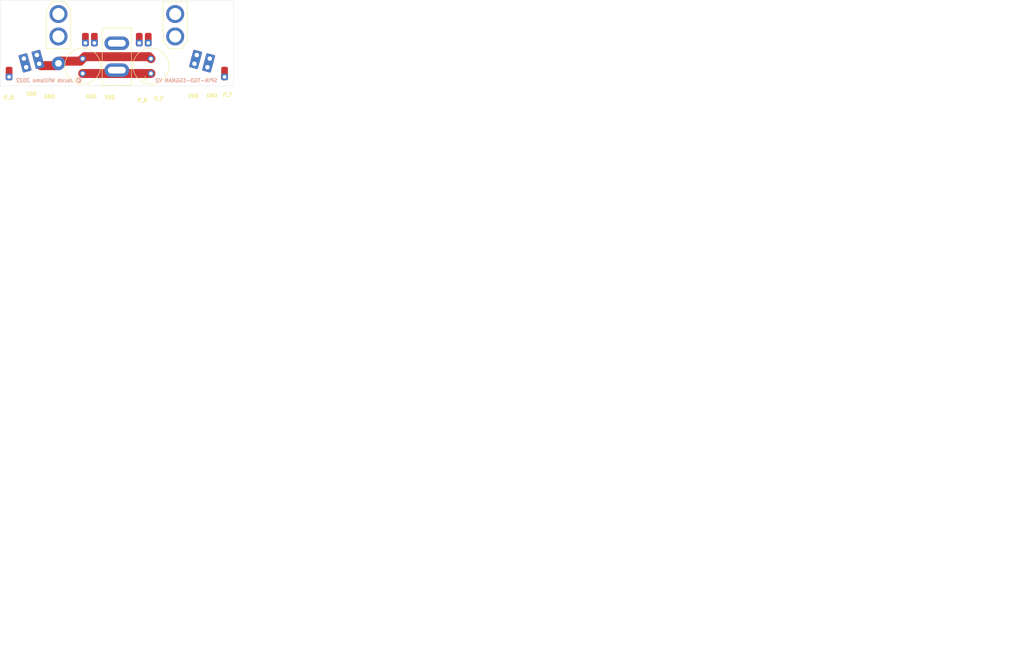
<source format=kicad_pcb>
(kicad_pcb (version 20211014) (generator pcbnew)
  (layers (0 "F.Cu" signal) (31 "B.Cu" signal) (35 "F.Paste" user) (36 "B.SilkS" user "B.Silkscreen") (37 "F.SilkS" user "F.Silkscreen") (38 "B.Mask" user) (39 "F.Mask" user) (44 "Edge.Cuts" user))
  (net 0 "")
  (net 1 "GND")
  (net 2 "Net-(J1-Pad1)")
  (net 3 "Net-(J2-Pad2)")
  (net 4 "VDD")
  (net 5 "PPM_F")
  (net 6 "PPM_B")
  (footprint "lib_fp:TGD_lowESR_cap" (layer "F.Cu") (at -7.6 14.6 90)
    (fp_text reference "C1" hide)
    (fp_text value "330uF" hide)
    (fp_line (start -3.25 -1.25) (end -2.25 -1.25) (layer "F.SilkS") (width 0.12))
    (fp_line (start -2.75 -1.75) (end -2.75 -0.75) (layer "F.SilkS") (width 0.12))
    (fp_circle (center 0 0) (end 4 0) (layer "F.SilkS") (width 0.12) (fill none))
    (pad "1" thru_hole circle (at -1.65 0 90) (size 1.4 1.4) (drill 0.8) (layers *.Cu *.Mask) (net 4 "VDD"))
    (pad "2" thru_hole circle (at 1.65 0 90) (size 1.4 1.4) (drill 0.8) (layers *.Cu *.Mask) (net 1 "GND"))
  )
  (footprint "" (layer "F.Cu") (at -13 14)
    (fp_text reference "" hide)
    (fp_text value "" hide)
    (pad "2" thru_hole circle (at 0 0 270) (size 3 3) (drill 1.5) (layers *.Cu *.Mask) (net 1 "GND"))
  )
  (footprint "" (layer "F.Cu") (at 24 7.3)
    (fp_text reference "" hide)
    (fp_text value "" hide)
    (pad "" np_thru_hole circle (at 0 0 270) (size 2.2 2.2) (drill 2.2) (layers F&B.Cu *.Mask))
  )
  (footprint "lib_fp:TGD_AMASS_XT30U-F_1x02_P5.0mm_Vertical" (layer "F.Cu") (at 13 5.5 90)
    (fp_text reference "J2" hide)
    (fp_text value "bat_high" hide)
    (fp_line (start -5.21 -1.41) (end -3.51 -2.71) (layer "F.SilkS") (width 0.12))
    (fp_line (start -3.51 -2.71) (end 5.21 -2.71) (layer "F.SilkS") (width 0.12))
    (fp_line (start 5.21 -2.71) (end 5.21 2.71) (layer "F.SilkS") (width 0.12))
    (fp_line (start -3.51 2.71) (end 5.21 2.71) (layer "F.SilkS") (width 0.12))
    (fp_line (start -5.21 -1.41) (end -5.21 1.41) (layer "F.SilkS") (width 0.12))
    (fp_line (start -5.21 1.41) (end -3.51 2.71) (layer "F.SilkS") (width 0.12))
    (pad "1" thru_hole circle (at -2.5 0 90) (size 4 4) (drill 2.7) (layers *.Cu *.Mask) (net 2 "Net-(J1-Pad1)"))
    (pad "2" thru_hole circle (at 2.5 0 90) (size 4 4) (drill 2.7) (layers *.Cu *.Mask) (net 3 "Net-(J2-Pad2)"))
  )
  (footprint "lib_fp:TGD-antenna-THT" (layer "F.Cu") (at -5 8.7)
    (fp_text reference "J6" hide)
    (fp_text value "Conn_01x01" hide)
    (pad "1" smd roundrect (at 0 0) (size 1.5 3) (layers "F.Cu" "F.Paste" "F.Mask") (net 4 "VDD"))
    (pad "1" thru_hole roundrect (at 0 0.75) (size 1.5 1.5) (drill 0.8) (layers *.Cu *.Mask) (net 4 "VDD"))
  )
  (footprint "lib_fp:TGD_lowESR_cap" (layer "F.Cu") (at 7.6 14.6 90)
    (fp_text reference "C2" hide)
    (fp_text value "330uF" hide)
    (fp_line (start -2.75 -1.75) (end -2.75 -0.75) (layer "F.SilkS") (width 0.12))
    (fp_line (start -3.25 -1.25) (end -2.25 -1.25) (layer "F.SilkS") (width 0.12))
    (fp_circle (center 0 0) (end 4 0) (layer "F.SilkS") (width 0.12) (fill none))
    (pad "1" thru_hole circle (at -1.65 0 90) (size 1.4 1.4) (drill 0.8) (layers *.Cu *.Mask) (net 4 "VDD"))
    (pad "2" thru_hole circle (at 1.65 0 90) (size 1.4 1.4) (drill 0.8) (layers *.Cu *.Mask) (net 1 "GND"))
  )
  (footprint "lib_fp:TGD-antenna-THT" (layer "F.Cu") (at 5 8.7)
    (fp_text reference "J5" hide)
    (fp_text value "Conn_01x01" hide)
    (pad "1" thru_hole roundrect (at 0 0.75) (size 1.5 1.5) (drill 0.8) (layers *.Cu *.Mask) (net 6 "PPM_B"))
    (pad "1" smd roundrect (at 0 0) (size 1.5 3) (layers "F.Cu" "F.Paste" "F.Mask") (net 6 "PPM_B"))
  )
  (footprint "lib_fp:FT_Switch_Vertical" (layer "F.Cu") (at 0 9.5 -90)
    (fp_text reference "J1" hide)
    (fp_text value "FT_switch" hide)
    (fp_line (start 9.4 3.25) (end -3.4 3.25) (layer "F.SilkS") (width 0.12))
    (fp_line (start -3.4 3.25) (end -3.4 -3.25) (layer "F.SilkS") (width 0.12))
    (fp_line (start 9.4 -3.25) (end 9.4 3.25) (layer "F.SilkS") (width 0.12))
    (fp_line (start -3.4 -3.25) (end 9.4 -3.25) (layer "F.SilkS") (width 0.12))
    (pad "1" thru_hole roundrect locked (at 0 0 270) (size 3 5.5) (drill oval 1.5 4) (layers *.Cu *.Mask) (roundrect_rratio 0.5) (net 2 "Net-(J1-Pad1)"))
    (pad "2" thru_hole roundrect locked (at 6 0 270) (size 3 5.5) (drill oval 1.5 4) (layers *.Cu *.Mask) (roundrect_rratio 0.5) (net 4 "VDD"))
  )
  (footprint "" (layer "F.Cu") (at -18 6)
    (fp_text reference "" hide)
    (fp_text value "" hide)
    (pad "" np_thru_hole circle (at 0 0 270) (size 2.2 2.2) (drill 2.2) (layers F&B.Cu *.Mask))
  )
  (footprint "" (layer "F.Cu") (at 3 3.6)
    (fp_text reference "" hide)
    (fp_text value "" hide)
    (pad "" np_thru_hole circle (at 0 0 270) (size 2.2 2.2) (drill 2.2) (layers F&B.Cu *.Mask))
  )
  (footprint "lib_fp:TGD_AMASS_XT30U-F_1x02_P5.0mm_Vertical" (layer "F.Cu") (at -13 5.5 -90)
    (fp_text reference "J3" hide)
    (fp_text value "bat_low" hide)
    (fp_line (start -3.51 2.71) (end 5.21 2.71) (layer "F.SilkS") (width 0.12))
    (fp_line (start -3.51 -2.71) (end 5.21 -2.71) (layer "F.SilkS") (width 0.12))
    (fp_line (start -5.21 -1.41) (end -3.51 -2.71) (layer "F.SilkS") (width 0.12))
    (fp_line (start -5.21 1.41) (end -3.51 2.71) (layer "F.SilkS") (width 0.12))
    (fp_line (start 5.21 -2.71) (end 5.21 2.71) (layer "F.SilkS") (width 0.12))
    (fp_line (start -5.21 -1.41) (end -5.21 1.41) (layer "F.SilkS") (width 0.12))
    (pad "1" thru_hole circle (at -2.5 0 270) (size 4 4) (drill 2.7) (layers *.Cu *.Mask) (net 3 "Net-(J2-Pad2)"))
    (pad "2" thru_hole circle (at 2.5 0 270) (size 4 4) (drill 2.7) (layers *.Cu *.Mask) (net 1 "GND"))
  )
  (footprint "lib_fp:TGD_ESC_SigPads" (layer "F.Cu") (at 19 13.5 -15)
    (fp_text reference "J8" hide)
    (fp_text value "ESC_Foo" hide)
    (pad "1" thru_hole roundrect (at -1.5 1 165) (size 2 2.5) (drill 1 (offset 0 0.25)) (layers *.Cu *.Mask) (roundrect_rratio 0.1) (net 1 "GND"))
    (pad "1" thru_hole roundrect (at -1.5 -1 345) (size 2 2.5) (drill 1 (offset 0 0.25)) (layers *.Cu *.Mask) (roundrect_rratio 0.1) (net 1 "GND"))
    (pad "2" thru_hole roundrect (at 1.5 -1 345) (size 2 2.5) (drill 1 (offset 0 0.25)) (layers *.Cu *.Mask) (roundrect_rratio 0.1) (net 4 "VDD"))
    (pad "2" thru_hole roundrect (at 1.5 1 165) (size 2 2.5) (drill 1 (offset 0 0.25)) (layers *.Cu *.Mask) (roundrect_rratio 0.1) (net 4 "VDD"))
  )
  (footprint "" (layer "F.Cu") (at 17.5 6)
    (fp_text reference "" hide)
    (fp_text value "" hide)
    (pad "" np_thru_hole circle (at 0.5 0 270) (size 2.2 2.2) (drill 2.2) (layers F&B.Cu *.Mask))
  )
  (footprint "lib_fp:TGD-antenna-THT" (layer "F.Cu") (at -7 8.7)
    (fp_text reference "J7" hide)
    (fp_text value "Conn_01x01" hide)
    (pad "1" smd roundrect (at 0 0) (size 1.5 3) (layers "F.Cu" "F.Paste" "F.Mask") (net 1 "GND"))
    (pad "1" thru_hole roundrect (at 0 0.75) (size 1.5 1.5) (drill 0.8) (layers *.Cu *.Mask) (net 1 "GND"))
  )
  (footprint "" (layer "F.Cu") (at -3 3.6)
    (fp_text reference "" hide)
    (fp_text value "" hide)
    (pad "" np_thru_hole circle (at 0 0 270) (size 2.2 2.2) (drill 2.2) (layers F&B.Cu *.Mask))
  )
  (footprint "lib_fp:TGD-antenna-THT" (layer "F.Cu") (at 7 8.7)
    (fp_text reference "J4" hide)
    (fp_text value "Conn_01x01" hide)
    (pad "1" thru_hole roundrect (at 0 0.75) (size 1.5 1.5) (drill 0.8) (layers *.Cu *.Mask) (net 5 "PPM_F"))
    (pad "1" smd roundrect (at 0 0) (size 1.5 3) (layers "F.Cu" "F.Paste" "F.Mask") (net 5 "PPM_F"))
  )
  (footprint "lib_fp:TGD-antenna-THT" (layer "F.Cu") (at -24 16.25)
    (fp_text reference "J11" hide)
    (fp_text value "Conn_01x01" hide)
    (pad "1" thru_hole roundrect (at 0 0.75) (size 1.5 1.5) (drill 0.8) (layers *.Cu *.Mask) (net 6 "PPM_B"))
    (pad "1" smd roundrect (at 0 0) (size 1.5 3) (layers "F.Cu" "F.Paste" "F.Mask") (net 6 "PPM_B"))
  )
  (footprint "lib_fp:TGD_ESC_SigPads" (layer "F.Cu") (at -19 13.5 15)
    (fp_text reference "J9" hide)
    (fp_text value "ESC_Bar" hide)
    (pad "1" thru_hole roundrect (at -1.5 1 195) (size 2 2.5) (drill 1 (offset 0 0.25)) (layers *.Cu *.Mask) (roundrect_rratio 0.1) (net 4 "VDD"))
    (pad "1" thru_hole roundrect (at -1.5 -1 15) (size 2 2.5) (drill 1 (offset 0 0.25)) (layers *.Cu *.Mask) (roundrect_rratio 0.1) (net 4 "VDD"))
    (pad "2" thru_hole roundrect (at 1.5 1 195) (size 2 2.5) (drill 1 (offset 0 0.25)) (layers *.Cu *.Mask) (roundrect_rratio 0.1) (net 1 "GND"))
    (pad "2" thru_hole roundrect (at 1.5 -1 15) (size 2 2.5) (drill 1 (offset 0 0.25)) (layers *.Cu *.Mask) (roundrect_rratio 0.1) (net 1 "GND"))
  )
  (footprint "lib_fp:TGD-antenna-THT" (layer "F.Cu") (at 24 16.25)
    (fp_text reference "J10" hide)
    (fp_text value "Conn_01x01" hide)
    (pad "1" smd roundrect (at 0 0) (size 1.5 3) (layers "F.Cu" "F.Paste" "F.Mask") (net 5 "PPM_F"))
    (pad "1" thru_hole roundrect (at 0 0.75) (size 1.5 1.5) (drill 0.8) (layers *.Cu *.Mask) (net 5 "PPM_F"))
  )
  (footprint "" (layer "F.Cu") (at -24.5 7.3)
    (fp_text reference "" hide)
    (fp_text value "" hide)
    (pad "" np_thru_hole circle (at 0.5 0 270) (size 2.2 2.2) (drill 2.2) (layers F&B.Cu *.Mask))
  )
  (gr_line (start -26 0) (end -26 19) (layer "Edge.Cuts") (width 0.05))
  (gr_line (start 26 0) (end 0 0) (layer "Edge.Cuts") (width 0.05))
  (gr_line (start 0 0) (end -26 0) (layer "Edge.Cuts") (width 0.05))
  (gr_line (start 26 19) (end 26 0) (layer "Edge.Cuts") (width 0.05))
  (gr_line (start -26 19) (end 0 19) (layer "Edge.Cuts") (width 0.05))
  (gr_line (start 0 19) (end 26 19) (layer "Edge.Cuts") (width 0.05))
  (gr_text "SPIN-TGD-EGGMAN V2" (at 15.5 17.8) (layer "B.SilkS") (effects (font (size 0.8 0.8) (thickness 0.2)) (justify mirror)))
  (gr_text "© Jacob Williams 2022" (at -15.1 17.8) (layer "B.SilkS") (effects (font (size 0.8 0.8) (thickness 0.2)) (justify mirror)))
  (gr_text "VDD\n" (at 17.05 21.3) (layer "F.SilkS") (effects (font (size 0.8 0.8) (thickness 0.2))))
  (gr_text "VDD\n" (at -19.05 20.8) (layer "F.SilkS") (effects (font (size 0.8 0.8) (thickness 0.2))))
  (gr_text "GND" (at -15 21.4) (layer "F.SilkS") (effects (font (size 0.8 0.8) (thickness 0.2))))
  (gr_text "P_F\n" (at 9.35 21.85) (layer "F.SilkS") (effects (font (size 0.8 0.8) (thickness 0.2))))
  (gr_text "GND" (at -5.7 21.35) (layer "F.SilkS") (effects (font (size 0.8 0.8) (thickness 0.2))))
  (gr_text "VDD\n" (at -1.55 21.55) (layer "F.SilkS") (effects (font (size 0.8 0.8) (thickness 0.2))))
  (gr_text "P_B" (at 5.7 22.2) (layer "F.SilkS") (effects (font (size 0.8 0.8) (thickness 0.2))))
  (gr_text "P_F\n" (at 24.7 20.95) (layer "F.SilkS") (effects (font (size 0.8 0.8) (thickness 0.2))))
  (gr_text "P_B" (at -24.1 21.6) (layer "F.SilkS") (effects (font (size 0.8 0.8) (thickness 0.2))))
  (gr_text "GND" (at 21.2 21.15) (layer "F.SilkS") (effects (font (size 0.8 0.8) (thickness 0.2))))
  (segment (start 7.6 12.95) (end 7.15 12.5) (width 2) (layer "F.Cu") (net 1))
  (segment (start -8.15 13.5) (end -12.5 13.5) (width 2) (layer "F.Cu") (net 1))
  (segment (start -13.215987 14.5) (end -16.869989 14.5) (width 2) (layer "F.Cu") (net 1))
  (segment (start -16.869989 14.5) (end -17.292292 14.077697) (width 2) (layer "F.Cu") (net 1))
  (segment (start -12.5 13.5) (end -13 14) (width 2) (layer "F.Cu") (net 1))
  (segment (start -7.15 12.5) (end -8.15 13.5) (width 2) (layer "F.Cu") (net 1))
  (segment (start 7.15 12.5) (end -7.15 12.5) (width 2) (layer "F.Cu") (net 1))
  (segment (start -7.6 16.25) (end 7.6 16.25) (width 2) (layer "F.Cu") (net 4))
)
</source>
